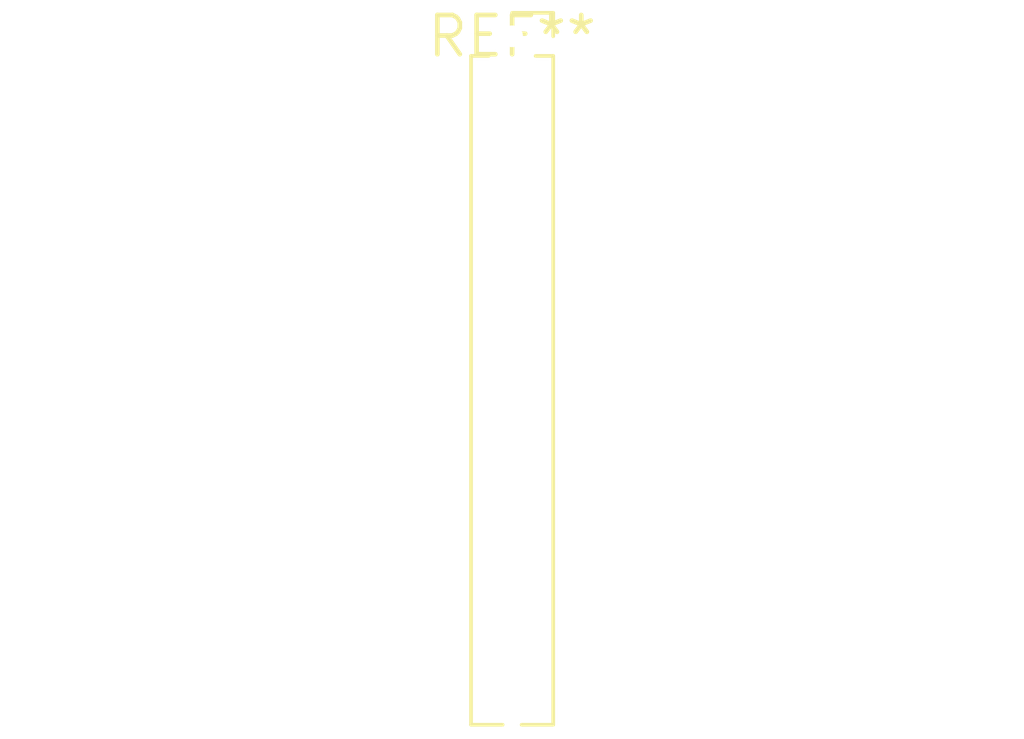
<source format=kicad_pcb>
(kicad_pcb (version 20240108) (generator pcbnew)
  (layers (0 "F.Cu" signal) (31 "B.Cu" signal) (34 "B.Paste" user) (35 "F.Paste" user) (36 "B.SilkS" user "B.Silkscreen") (37 "F.SilkS" user "F.Silkscreen") (38 "B.Mask" user) (39 "F.Mask" user) (44 "Edge.Cuts" user))
  (net 0 "")
  (footprint "PinSocket_1x18_P1.27mm_Vertical" (layer "F.Cu") (at 0 0)
    (property "Reference" "REF**")
    (property "Value" "PinSocket_1x18_P1.27mm_Vertical")
    (fp_line (start -1.33 0.635) (end -1.33 22.285) (layer "F.SilkS") (stroke (width 0.12)))
    (fp_line (start -1.33 0.635) (end -0.76 0.635) (layer "F.SilkS") (stroke (width 0.12)))
    (fp_line (start -1.33 22.285) (end -0.30753 22.285) (layer "F.SilkS") (stroke (width 0.12)))
    (fp_line (start 0 -0.76) (end 1.33 -0.76) (layer "F.SilkS") (stroke (width 0.12)))
    (fp_line (start 0.30753 22.285) (end 1.33 22.285) (layer "F.SilkS") (stroke (width 0.12)))
    (fp_line (start 0.76 0.635) (end 1.33 0.635) (layer "F.SilkS") (stroke (width 0.12)))
    (fp_line (start 1.33 -0.76) (end 1.33 0) (layer "F.SilkS") (stroke (width 0.12)))
    (fp_line (start 1.33 0.635) (end 1.33 22.285) (layer "F.SilkS") (stroke (width 0.12)))
    (pad "1" thru_hole rect (at 0 0) (size 1 1) (drill 0.7) (layers *.Cu *.Mask) (remove_unused_layers))
    (pad "2" thru_hole oval (at 0 1.27) (size 1 1) (drill 0.7) (layers *.Cu *.Mask) (remove_unused_layers))
    (pad "3" thru_hole oval (at 0 2.54) (size 1 1) (drill 0.7) (layers *.Cu *.Mask) (remove_unused_layers))
    (pad "4" thru_hole oval (at 0 3.81) (size 1 1) (drill 0.7) (layers *.Cu *.Mask) (remove_unused_layers))
    (pad "5" thru_hole oval (at 0 5.08) (size 1 1) (drill 0.7) (layers *.Cu *.Mask) (remove_unused_layers))
    (pad "6" thru_hole oval (at 0 6.35) (size 1 1) (drill 0.7) (layers *.Cu *.Mask) (remove_unused_layers))
    (pad "7" thru_hole oval (at 0 7.62) (size 1 1) (drill 0.7) (layers *.Cu *.Mask) (remove_unused_layers))
    (pad "8" thru_hole oval (at 0 8.89) (size 1 1) (drill 0.7) (layers *.Cu *.Mask) (remove_unused_layers))
    (pad "9" thru_hole oval (at 0 10.16) (size 1 1) (drill 0.7) (layers *.Cu *.Mask) (remove_unused_layers))
    (pad "10" thru_hole oval (at 0 11.43) (size 1 1) (drill 0.7) (layers *.Cu *.Mask) (remove_unused_layers))
    (pad "11" thru_hole oval (at 0 12.7) (size 1 1) (drill 0.7) (layers *.Cu *.Mask) (remove_unused_layers))
    (pad "12" thru_hole oval (at 0 13.97) (size 1 1) (drill 0.7) (layers *.Cu *.Mask) (remove_unused_layers))
    (pad "13" thru_hole oval (at 0 15.24) (size 1 1) (drill 0.7) (layers *.Cu *.Mask) (remove_unused_layers))
    (pad "14" thru_hole oval (at 0 16.51) (size 1 1) (drill 0.7) (layers *.Cu *.Mask) (remove_unused_layers))
    (pad "15" thru_hole oval (at 0 17.78) (size 1 1) (drill 0.7) (layers *.Cu *.Mask) (remove_unused_layers))
    (pad "16" thru_hole oval (at 0 19.05) (size 1 1) (drill 0.7) (layers *.Cu *.Mask) (remove_unused_layers))
    (pad "17" thru_hole oval (at 0 20.32) (size 1 1) (drill 0.7) (layers *.Cu *.Mask) (remove_unused_layers))
    (pad "18" thru_hole oval (at 0 21.59) (size 1 1) (drill 0.7) (layers *.Cu *.Mask) (remove_unused_layers))
  )
)
</source>
